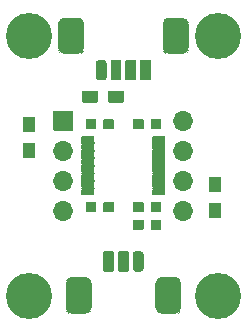
<source format=gbr>
G04 #@! TF.GenerationSoftware,KiCad,Pcbnew,(5.1.9)-1*
G04 #@! TF.CreationDate,2021-05-12T21:32:52+02:00*
G04 #@! TF.ProjectId,GPSMux,4750534d-7578-42e6-9b69-6361645f7063,01*
G04 #@! TF.SameCoordinates,Original*
G04 #@! TF.FileFunction,Soldermask,Bot*
G04 #@! TF.FilePolarity,Negative*
%FSLAX46Y46*%
G04 Gerber Fmt 4.6, Leading zero omitted, Abs format (unit mm)*
G04 Created by KiCad (PCBNEW (5.1.9)-1) date 2021-05-12 21:32:52*
%MOMM*%
%LPD*%
G01*
G04 APERTURE LIST*
%ADD10C,3.902000*%
%ADD11O,1.702000X1.702000*%
%ADD12C,0.100000*%
G04 APERTURE END LIST*
G36*
G01*
X133026000Y-46700000D02*
X133026000Y-47600000D01*
G75*
G02*
X132975000Y-47651000I-51000J0D01*
G01*
X131775000Y-47651000D01*
G75*
G02*
X131724000Y-47600000I0J51000D01*
G01*
X131724000Y-46700000D01*
G75*
G02*
X131775000Y-46649000I51000J0D01*
G01*
X132975000Y-46649000D01*
G75*
G02*
X133026000Y-46700000I0J-51000D01*
G01*
G37*
G36*
G01*
X130826000Y-46700000D02*
X130826000Y-47600000D01*
G75*
G02*
X130775000Y-47651000I-51000J0D01*
G01*
X129575000Y-47651000D01*
G75*
G02*
X129524000Y-47600000I0J51000D01*
G01*
X129524000Y-46700000D01*
G75*
G02*
X129575000Y-46649000I51000J0D01*
G01*
X130775000Y-46649000D01*
G75*
G02*
X130826000Y-46700000I0J-51000D01*
G01*
G37*
G36*
G01*
X129500000Y-50509000D02*
X130500000Y-50509000D01*
G75*
G02*
X130551000Y-50560000I0J-51000D01*
G01*
X130551000Y-50960000D01*
G75*
G02*
X130500000Y-51011000I-51000J0D01*
G01*
X129500000Y-51011000D01*
G75*
G02*
X129449000Y-50960000I0J51000D01*
G01*
X129449000Y-50560000D01*
G75*
G02*
X129500000Y-50509000I51000J0D01*
G01*
G37*
G36*
G01*
X135500000Y-50509000D02*
X136500000Y-50509000D01*
G75*
G02*
X136551000Y-50560000I0J-51000D01*
G01*
X136551000Y-50960000D01*
G75*
G02*
X136500000Y-51011000I-51000J0D01*
G01*
X135500000Y-51011000D01*
G75*
G02*
X135449000Y-50960000I0J51000D01*
G01*
X135449000Y-50560000D01*
G75*
G02*
X135500000Y-50509000I51000J0D01*
G01*
G37*
G36*
G01*
X129500000Y-51149000D02*
X130500000Y-51149000D01*
G75*
G02*
X130551000Y-51200000I0J-51000D01*
G01*
X130551000Y-51600000D01*
G75*
G02*
X130500000Y-51651000I-51000J0D01*
G01*
X129500000Y-51651000D01*
G75*
G02*
X129449000Y-51600000I0J51000D01*
G01*
X129449000Y-51200000D01*
G75*
G02*
X129500000Y-51149000I51000J0D01*
G01*
G37*
G36*
G01*
X135500000Y-51149000D02*
X136500000Y-51149000D01*
G75*
G02*
X136551000Y-51200000I0J-51000D01*
G01*
X136551000Y-51600000D01*
G75*
G02*
X136500000Y-51651000I-51000J0D01*
G01*
X135500000Y-51651000D01*
G75*
G02*
X135449000Y-51600000I0J51000D01*
G01*
X135449000Y-51200000D01*
G75*
G02*
X135500000Y-51149000I51000J0D01*
G01*
G37*
G36*
G01*
X129500000Y-51789000D02*
X130500000Y-51789000D01*
G75*
G02*
X130551000Y-51840000I0J-51000D01*
G01*
X130551000Y-52240000D01*
G75*
G02*
X130500000Y-52291000I-51000J0D01*
G01*
X129500000Y-52291000D01*
G75*
G02*
X129449000Y-52240000I0J51000D01*
G01*
X129449000Y-51840000D01*
G75*
G02*
X129500000Y-51789000I51000J0D01*
G01*
G37*
G36*
G01*
X135500000Y-51789000D02*
X136500000Y-51789000D01*
G75*
G02*
X136551000Y-51840000I0J-51000D01*
G01*
X136551000Y-52240000D01*
G75*
G02*
X136500000Y-52291000I-51000J0D01*
G01*
X135500000Y-52291000D01*
G75*
G02*
X135449000Y-52240000I0J51000D01*
G01*
X135449000Y-51840000D01*
G75*
G02*
X135500000Y-51789000I51000J0D01*
G01*
G37*
G36*
G01*
X129500000Y-52429000D02*
X130500000Y-52429000D01*
G75*
G02*
X130551000Y-52480000I0J-51000D01*
G01*
X130551000Y-52880000D01*
G75*
G02*
X130500000Y-52931000I-51000J0D01*
G01*
X129500000Y-52931000D01*
G75*
G02*
X129449000Y-52880000I0J51000D01*
G01*
X129449000Y-52480000D01*
G75*
G02*
X129500000Y-52429000I51000J0D01*
G01*
G37*
G36*
G01*
X135500000Y-52429000D02*
X136500000Y-52429000D01*
G75*
G02*
X136551000Y-52480000I0J-51000D01*
G01*
X136551000Y-52880000D01*
G75*
G02*
X136500000Y-52931000I-51000J0D01*
G01*
X135500000Y-52931000D01*
G75*
G02*
X135449000Y-52880000I0J51000D01*
G01*
X135449000Y-52480000D01*
G75*
G02*
X135500000Y-52429000I51000J0D01*
G01*
G37*
G36*
G01*
X129500000Y-53069000D02*
X130500000Y-53069000D01*
G75*
G02*
X130551000Y-53120000I0J-51000D01*
G01*
X130551000Y-53520000D01*
G75*
G02*
X130500000Y-53571000I-51000J0D01*
G01*
X129500000Y-53571000D01*
G75*
G02*
X129449000Y-53520000I0J51000D01*
G01*
X129449000Y-53120000D01*
G75*
G02*
X129500000Y-53069000I51000J0D01*
G01*
G37*
G36*
G01*
X135500000Y-53069000D02*
X136500000Y-53069000D01*
G75*
G02*
X136551000Y-53120000I0J-51000D01*
G01*
X136551000Y-53520000D01*
G75*
G02*
X136500000Y-53571000I-51000J0D01*
G01*
X135500000Y-53571000D01*
G75*
G02*
X135449000Y-53520000I0J51000D01*
G01*
X135449000Y-53120000D01*
G75*
G02*
X135500000Y-53069000I51000J0D01*
G01*
G37*
G36*
G01*
X129500000Y-53709000D02*
X130500000Y-53709000D01*
G75*
G02*
X130551000Y-53760000I0J-51000D01*
G01*
X130551000Y-54160000D01*
G75*
G02*
X130500000Y-54211000I-51000J0D01*
G01*
X129500000Y-54211000D01*
G75*
G02*
X129449000Y-54160000I0J51000D01*
G01*
X129449000Y-53760000D01*
G75*
G02*
X129500000Y-53709000I51000J0D01*
G01*
G37*
G36*
G01*
X135500000Y-53709000D02*
X136500000Y-53709000D01*
G75*
G02*
X136551000Y-53760000I0J-51000D01*
G01*
X136551000Y-54160000D01*
G75*
G02*
X136500000Y-54211000I-51000J0D01*
G01*
X135500000Y-54211000D01*
G75*
G02*
X135449000Y-54160000I0J51000D01*
G01*
X135449000Y-53760000D01*
G75*
G02*
X135500000Y-53709000I51000J0D01*
G01*
G37*
G36*
G01*
X129500000Y-54349000D02*
X130500000Y-54349000D01*
G75*
G02*
X130551000Y-54400000I0J-51000D01*
G01*
X130551000Y-54800000D01*
G75*
G02*
X130500000Y-54851000I-51000J0D01*
G01*
X129500000Y-54851000D01*
G75*
G02*
X129449000Y-54800000I0J51000D01*
G01*
X129449000Y-54400000D01*
G75*
G02*
X129500000Y-54349000I51000J0D01*
G01*
G37*
G36*
G01*
X135500000Y-54349000D02*
X136500000Y-54349000D01*
G75*
G02*
X136551000Y-54400000I0J-51000D01*
G01*
X136551000Y-54800000D01*
G75*
G02*
X136500000Y-54851000I-51000J0D01*
G01*
X135500000Y-54851000D01*
G75*
G02*
X135449000Y-54800000I0J51000D01*
G01*
X135449000Y-54400000D01*
G75*
G02*
X135500000Y-54349000I51000J0D01*
G01*
G37*
G36*
G01*
X129500000Y-54989000D02*
X130500000Y-54989000D01*
G75*
G02*
X130551000Y-55040000I0J-51000D01*
G01*
X130551000Y-55440000D01*
G75*
G02*
X130500000Y-55491000I-51000J0D01*
G01*
X129500000Y-55491000D01*
G75*
G02*
X129449000Y-55440000I0J51000D01*
G01*
X129449000Y-55040000D01*
G75*
G02*
X129500000Y-54989000I51000J0D01*
G01*
G37*
G36*
G01*
X135500000Y-54989000D02*
X136500000Y-54989000D01*
G75*
G02*
X136551000Y-55040000I0J-51000D01*
G01*
X136551000Y-55440000D01*
G75*
G02*
X136500000Y-55491000I-51000J0D01*
G01*
X135500000Y-55491000D01*
G75*
G02*
X135449000Y-55440000I0J51000D01*
G01*
X135449000Y-55040000D01*
G75*
G02*
X135500000Y-54989000I51000J0D01*
G01*
G37*
D10*
X125000000Y-42000000D03*
X141000000Y-42000000D03*
X141000000Y-64000000D03*
X125000000Y-64000000D03*
G36*
G01*
X134701000Y-49125000D02*
X134701000Y-49875000D01*
G75*
G02*
X134650000Y-49926000I-51000J0D01*
G01*
X133850000Y-49926000D01*
G75*
G02*
X133799000Y-49875000I0J51000D01*
G01*
X133799000Y-49125000D01*
G75*
G02*
X133850000Y-49074000I51000J0D01*
G01*
X134650000Y-49074000D01*
G75*
G02*
X134701000Y-49125000I0J-51000D01*
G01*
G37*
G36*
G01*
X136201000Y-49125000D02*
X136201000Y-49875000D01*
G75*
G02*
X136150000Y-49926000I-51000J0D01*
G01*
X135350000Y-49926000D01*
G75*
G02*
X135299000Y-49875000I0J51000D01*
G01*
X135299000Y-49125000D01*
G75*
G02*
X135350000Y-49074000I51000J0D01*
G01*
X136150000Y-49074000D01*
G75*
G02*
X136201000Y-49125000I0J-51000D01*
G01*
G37*
G36*
G01*
X135299000Y-56875000D02*
X135299000Y-56125000D01*
G75*
G02*
X135350000Y-56074000I51000J0D01*
G01*
X136150000Y-56074000D01*
G75*
G02*
X136201000Y-56125000I0J-51000D01*
G01*
X136201000Y-56875000D01*
G75*
G02*
X136150000Y-56926000I-51000J0D01*
G01*
X135350000Y-56926000D01*
G75*
G02*
X135299000Y-56875000I0J51000D01*
G01*
G37*
G36*
G01*
X133799000Y-56875000D02*
X133799000Y-56125000D01*
G75*
G02*
X133850000Y-56074000I51000J0D01*
G01*
X134650000Y-56074000D01*
G75*
G02*
X134701000Y-56125000I0J-51000D01*
G01*
X134701000Y-56875000D01*
G75*
G02*
X134650000Y-56926000I-51000J0D01*
G01*
X133850000Y-56926000D01*
G75*
G02*
X133799000Y-56875000I0J51000D01*
G01*
G37*
G36*
G01*
X134701000Y-57625000D02*
X134701000Y-58375000D01*
G75*
G02*
X134650000Y-58426000I-51000J0D01*
G01*
X133850000Y-58426000D01*
G75*
G02*
X133799000Y-58375000I0J51000D01*
G01*
X133799000Y-57625000D01*
G75*
G02*
X133850000Y-57574000I51000J0D01*
G01*
X134650000Y-57574000D01*
G75*
G02*
X134701000Y-57625000I0J-51000D01*
G01*
G37*
G36*
G01*
X136201000Y-57625000D02*
X136201000Y-58375000D01*
G75*
G02*
X136150000Y-58426000I-51000J0D01*
G01*
X135350000Y-58426000D01*
G75*
G02*
X135299000Y-58375000I0J51000D01*
G01*
X135299000Y-57625000D01*
G75*
G02*
X135350000Y-57574000I51000J0D01*
G01*
X136150000Y-57574000D01*
G75*
G02*
X136201000Y-57625000I0J-51000D01*
G01*
G37*
G36*
G01*
X131299000Y-49875000D02*
X131299000Y-49125000D01*
G75*
G02*
X131350000Y-49074000I51000J0D01*
G01*
X132150000Y-49074000D01*
G75*
G02*
X132201000Y-49125000I0J-51000D01*
G01*
X132201000Y-49875000D01*
G75*
G02*
X132150000Y-49926000I-51000J0D01*
G01*
X131350000Y-49926000D01*
G75*
G02*
X131299000Y-49875000I0J51000D01*
G01*
G37*
G36*
G01*
X129799000Y-49875000D02*
X129799000Y-49125000D01*
G75*
G02*
X129850000Y-49074000I51000J0D01*
G01*
X130650000Y-49074000D01*
G75*
G02*
X130701000Y-49125000I0J-51000D01*
G01*
X130701000Y-49875000D01*
G75*
G02*
X130650000Y-49926000I-51000J0D01*
G01*
X129850000Y-49926000D01*
G75*
G02*
X129799000Y-49875000I0J51000D01*
G01*
G37*
G36*
G01*
X131299000Y-56875000D02*
X131299000Y-56125000D01*
G75*
G02*
X131350000Y-56074000I51000J0D01*
G01*
X132150000Y-56074000D01*
G75*
G02*
X132201000Y-56125000I0J-51000D01*
G01*
X132201000Y-56875000D01*
G75*
G02*
X132150000Y-56926000I-51000J0D01*
G01*
X131350000Y-56926000D01*
G75*
G02*
X131299000Y-56875000I0J51000D01*
G01*
G37*
G36*
G01*
X129799000Y-56875000D02*
X129799000Y-56125000D01*
G75*
G02*
X129850000Y-56074000I51000J0D01*
G01*
X130650000Y-56074000D01*
G75*
G02*
X130701000Y-56125000I0J-51000D01*
G01*
X130701000Y-56875000D01*
G75*
G02*
X130650000Y-56926000I-51000J0D01*
G01*
X129850000Y-56926000D01*
G75*
G02*
X129799000Y-56875000I0J51000D01*
G01*
G37*
D11*
X138080000Y-49190000D03*
X127920000Y-56810000D03*
X138080000Y-51730000D03*
X127920000Y-54270000D03*
X138080000Y-54270000D03*
X127920000Y-51730000D03*
X138080000Y-56810000D03*
G36*
G01*
X127069000Y-49990000D02*
X127069000Y-48390000D01*
G75*
G02*
X127120000Y-48339000I51000J0D01*
G01*
X128720000Y-48339000D01*
G75*
G02*
X128771000Y-48390000I0J-51000D01*
G01*
X128771000Y-49990000D01*
G75*
G02*
X128720000Y-50041000I-51000J0D01*
G01*
X127120000Y-50041000D01*
G75*
G02*
X127069000Y-49990000I0J51000D01*
G01*
G37*
G36*
G01*
X124550000Y-51079000D02*
X125450000Y-51079000D01*
G75*
G02*
X125501000Y-51130000I0J-51000D01*
G01*
X125501000Y-52330000D01*
G75*
G02*
X125450000Y-52381000I-51000J0D01*
G01*
X124550000Y-52381000D01*
G75*
G02*
X124499000Y-52330000I0J51000D01*
G01*
X124499000Y-51130000D01*
G75*
G02*
X124550000Y-51079000I51000J0D01*
G01*
G37*
G36*
G01*
X124550000Y-48879000D02*
X125450000Y-48879000D01*
G75*
G02*
X125501000Y-48930000I0J-51000D01*
G01*
X125501000Y-50130000D01*
G75*
G02*
X125450000Y-50181000I-51000J0D01*
G01*
X124550000Y-50181000D01*
G75*
G02*
X124499000Y-50130000I0J51000D01*
G01*
X124499000Y-48930000D01*
G75*
G02*
X124550000Y-48879000I51000J0D01*
G01*
G37*
G36*
G01*
X128099000Y-65000500D02*
X128099000Y-62999500D01*
G75*
G02*
X128649500Y-62449000I550500J0D01*
G01*
X129750500Y-62449000D01*
G75*
G02*
X130301000Y-62999500I0J-550500D01*
G01*
X130301000Y-65000500D01*
G75*
G02*
X129750500Y-65551000I-550500J0D01*
G01*
X128649500Y-65551000D01*
G75*
G02*
X128099000Y-65000500I0J550500D01*
G01*
G37*
G36*
G01*
X135699000Y-65000500D02*
X135699000Y-62999500D01*
G75*
G02*
X136249500Y-62449000I550500J0D01*
G01*
X137350500Y-62449000D01*
G75*
G02*
X137901000Y-62999500I0J-550500D01*
G01*
X137901000Y-65000500D01*
G75*
G02*
X137350500Y-65551000I-550500J0D01*
G01*
X136249500Y-65551000D01*
G75*
G02*
X135699000Y-65000500I0J550500D01*
G01*
G37*
G36*
G01*
X131299000Y-61900000D02*
X131299000Y-60300000D01*
G75*
G02*
X131350000Y-60249000I51000J0D01*
G01*
X132150000Y-60249000D01*
G75*
G02*
X132201000Y-60300000I0J-51000D01*
G01*
X132201000Y-61900000D01*
G75*
G02*
X132150000Y-61951000I-51000J0D01*
G01*
X131350000Y-61951000D01*
G75*
G02*
X131299000Y-61900000I0J51000D01*
G01*
G37*
G36*
G01*
X132549000Y-61900000D02*
X132549000Y-60300000D01*
G75*
G02*
X132600000Y-60249000I51000J0D01*
G01*
X133400000Y-60249000D01*
G75*
G02*
X133451000Y-60300000I0J-51000D01*
G01*
X133451000Y-61900000D01*
G75*
G02*
X133400000Y-61951000I-51000J0D01*
G01*
X132600000Y-61951000D01*
G75*
G02*
X132549000Y-61900000I0J51000D01*
G01*
G37*
G36*
G01*
X133799000Y-61725500D02*
X133799000Y-60474500D01*
G75*
G02*
X134024500Y-60249000I225500J0D01*
G01*
X134475500Y-60249000D01*
G75*
G02*
X134701000Y-60474500I0J-225500D01*
G01*
X134701000Y-61725500D01*
G75*
G02*
X134475500Y-61951000I-225500J0D01*
G01*
X134024500Y-61951000D01*
G75*
G02*
X133799000Y-61725500I0J225500D01*
G01*
G37*
G36*
G01*
X141200000Y-55261000D02*
X140300000Y-55261000D01*
G75*
G02*
X140249000Y-55210000I0J51000D01*
G01*
X140249000Y-54010000D01*
G75*
G02*
X140300000Y-53959000I51000J0D01*
G01*
X141200000Y-53959000D01*
G75*
G02*
X141251000Y-54010000I0J-51000D01*
G01*
X141251000Y-55210000D01*
G75*
G02*
X141200000Y-55261000I-51000J0D01*
G01*
G37*
G36*
G01*
X141200000Y-57461000D02*
X140300000Y-57461000D01*
G75*
G02*
X140249000Y-57410000I0J51000D01*
G01*
X140249000Y-56210000D01*
G75*
G02*
X140300000Y-56159000I51000J0D01*
G01*
X141200000Y-56159000D01*
G75*
G02*
X141251000Y-56210000I0J-51000D01*
G01*
X141251000Y-57410000D01*
G75*
G02*
X141200000Y-57461000I-51000J0D01*
G01*
G37*
G36*
G01*
X138526000Y-40999500D02*
X138526000Y-43000500D01*
G75*
G02*
X137975500Y-43551000I-550500J0D01*
G01*
X136874500Y-43551000D01*
G75*
G02*
X136324000Y-43000500I0J550500D01*
G01*
X136324000Y-40999500D01*
G75*
G02*
X136874500Y-40449000I550500J0D01*
G01*
X137975500Y-40449000D01*
G75*
G02*
X138526000Y-40999500I0J-550500D01*
G01*
G37*
G36*
G01*
X129676000Y-40999500D02*
X129676000Y-43000500D01*
G75*
G02*
X129125500Y-43551000I-550500J0D01*
G01*
X128024500Y-43551000D01*
G75*
G02*
X127474000Y-43000500I0J550500D01*
G01*
X127474000Y-40999500D01*
G75*
G02*
X128024500Y-40449000I550500J0D01*
G01*
X129125500Y-40449000D01*
G75*
G02*
X129676000Y-40999500I0J-550500D01*
G01*
G37*
G36*
G01*
X134076000Y-44100000D02*
X134076000Y-45700000D01*
G75*
G02*
X134025000Y-45751000I-51000J0D01*
G01*
X133225000Y-45751000D01*
G75*
G02*
X133174000Y-45700000I0J51000D01*
G01*
X133174000Y-44100000D01*
G75*
G02*
X133225000Y-44049000I51000J0D01*
G01*
X134025000Y-44049000D01*
G75*
G02*
X134076000Y-44100000I0J-51000D01*
G01*
G37*
G36*
G01*
X135326000Y-44100000D02*
X135326000Y-45700000D01*
G75*
G02*
X135275000Y-45751000I-51000J0D01*
G01*
X134475000Y-45751000D01*
G75*
G02*
X134424000Y-45700000I0J51000D01*
G01*
X134424000Y-44100000D01*
G75*
G02*
X134475000Y-44049000I51000J0D01*
G01*
X135275000Y-44049000D01*
G75*
G02*
X135326000Y-44100000I0J-51000D01*
G01*
G37*
G36*
G01*
X132826000Y-44100000D02*
X132826000Y-45700000D01*
G75*
G02*
X132775000Y-45751000I-51000J0D01*
G01*
X131975000Y-45751000D01*
G75*
G02*
X131924000Y-45700000I0J51000D01*
G01*
X131924000Y-44100000D01*
G75*
G02*
X131975000Y-44049000I51000J0D01*
G01*
X132775000Y-44049000D01*
G75*
G02*
X132826000Y-44100000I0J-51000D01*
G01*
G37*
G36*
G01*
X131576000Y-44274500D02*
X131576000Y-45525500D01*
G75*
G02*
X131350500Y-45751000I-225500J0D01*
G01*
X130899500Y-45751000D01*
G75*
G02*
X130674000Y-45525500I0J225500D01*
G01*
X130674000Y-44274500D01*
G75*
G02*
X130899500Y-44049000I225500J0D01*
G01*
X131350500Y-44049000D01*
G75*
G02*
X131576000Y-44274500I0J-225500D01*
G01*
G37*
D12*
G36*
X135700990Y-65000304D02*
G01*
X135711548Y-65107502D01*
X135742761Y-65210398D01*
X135793447Y-65305225D01*
X135861659Y-65388341D01*
X135944775Y-65456553D01*
X136039602Y-65507239D01*
X136142498Y-65538452D01*
X136249696Y-65549010D01*
X136251322Y-65550175D01*
X136251126Y-65552165D01*
X136249500Y-65553000D01*
X136193140Y-65553000D01*
X136192944Y-65552990D01*
X136091720Y-65543020D01*
X136091335Y-65542944D01*
X135999897Y-65515207D01*
X135999535Y-65515057D01*
X135915276Y-65470019D01*
X135914950Y-65469801D01*
X135841090Y-65409187D01*
X135840813Y-65408910D01*
X135780199Y-65335050D01*
X135779981Y-65334724D01*
X135734943Y-65250465D01*
X135734793Y-65250103D01*
X135707056Y-65158665D01*
X135706980Y-65158280D01*
X135697010Y-65057056D01*
X135697000Y-65056860D01*
X135697000Y-65000500D01*
X135698000Y-64998768D01*
X135700000Y-64998768D01*
X135700990Y-65000304D01*
G37*
G36*
X130302165Y-64998874D02*
G01*
X130303000Y-65000500D01*
X130303000Y-65056860D01*
X130302990Y-65057056D01*
X130293020Y-65158280D01*
X130292944Y-65158665D01*
X130265207Y-65250103D01*
X130265057Y-65250465D01*
X130220019Y-65334724D01*
X130219801Y-65335050D01*
X130159187Y-65408910D01*
X130158910Y-65409187D01*
X130085050Y-65469801D01*
X130084724Y-65470019D01*
X130000465Y-65515057D01*
X130000103Y-65515207D01*
X129908665Y-65542944D01*
X129908280Y-65543020D01*
X129807056Y-65552990D01*
X129806860Y-65553000D01*
X129750500Y-65553000D01*
X129748768Y-65552000D01*
X129748768Y-65550000D01*
X129750304Y-65549010D01*
X129857502Y-65538452D01*
X129960398Y-65507239D01*
X130055225Y-65456553D01*
X130138341Y-65388341D01*
X130206553Y-65305225D01*
X130257239Y-65210398D01*
X130288452Y-65107502D01*
X130299010Y-65000304D01*
X130300175Y-64998678D01*
X130302165Y-64998874D01*
G37*
G36*
X128100990Y-65000304D02*
G01*
X128111548Y-65107502D01*
X128142761Y-65210398D01*
X128193447Y-65305225D01*
X128261659Y-65388341D01*
X128344775Y-65456553D01*
X128439602Y-65507239D01*
X128542498Y-65538452D01*
X128649696Y-65549010D01*
X128651322Y-65550175D01*
X128651126Y-65552165D01*
X128649500Y-65553000D01*
X128593140Y-65553000D01*
X128592944Y-65552990D01*
X128491720Y-65543020D01*
X128491335Y-65542944D01*
X128399897Y-65515207D01*
X128399535Y-65515057D01*
X128315276Y-65470019D01*
X128314950Y-65469801D01*
X128241090Y-65409187D01*
X128240813Y-65408910D01*
X128180199Y-65335050D01*
X128179981Y-65334724D01*
X128134943Y-65250465D01*
X128134793Y-65250103D01*
X128107056Y-65158665D01*
X128106980Y-65158280D01*
X128097010Y-65057056D01*
X128097000Y-65056860D01*
X128097000Y-65000500D01*
X128098000Y-64998768D01*
X128100000Y-64998768D01*
X128100990Y-65000304D01*
G37*
G36*
X137902165Y-64998874D02*
G01*
X137903000Y-65000500D01*
X137903000Y-65056860D01*
X137902990Y-65057056D01*
X137893020Y-65158280D01*
X137892944Y-65158665D01*
X137865207Y-65250103D01*
X137865057Y-65250465D01*
X137820019Y-65334724D01*
X137819801Y-65335050D01*
X137759187Y-65408910D01*
X137758910Y-65409187D01*
X137685050Y-65469801D01*
X137684724Y-65470019D01*
X137600465Y-65515057D01*
X137600103Y-65515207D01*
X137508665Y-65542944D01*
X137508280Y-65543020D01*
X137407056Y-65552990D01*
X137406860Y-65553000D01*
X137350500Y-65553000D01*
X137348768Y-65552000D01*
X137348768Y-65550000D01*
X137350304Y-65549010D01*
X137457502Y-65538452D01*
X137560398Y-65507239D01*
X137655225Y-65456553D01*
X137738341Y-65388341D01*
X137806553Y-65305225D01*
X137857239Y-65210398D01*
X137888452Y-65107502D01*
X137899010Y-65000304D01*
X137900175Y-64998678D01*
X137902165Y-64998874D01*
G37*
G36*
X136251232Y-62448000D02*
G01*
X136251232Y-62450000D01*
X136249696Y-62450990D01*
X136142498Y-62461548D01*
X136039602Y-62492761D01*
X135944775Y-62543447D01*
X135861659Y-62611659D01*
X135793447Y-62694775D01*
X135742761Y-62789602D01*
X135711548Y-62892498D01*
X135700990Y-62999696D01*
X135699825Y-63001322D01*
X135697835Y-63001126D01*
X135697000Y-62999500D01*
X135697000Y-62943140D01*
X135697010Y-62942944D01*
X135706980Y-62841720D01*
X135707056Y-62841335D01*
X135734793Y-62749897D01*
X135734943Y-62749535D01*
X135779981Y-62665276D01*
X135780199Y-62664950D01*
X135840813Y-62591090D01*
X135841090Y-62590813D01*
X135914950Y-62530199D01*
X135915276Y-62529981D01*
X135999535Y-62484943D01*
X135999897Y-62484793D01*
X136091335Y-62457056D01*
X136091720Y-62456980D01*
X136192944Y-62447010D01*
X136193140Y-62447000D01*
X136249500Y-62447000D01*
X136251232Y-62448000D01*
G37*
G36*
X128651232Y-62448000D02*
G01*
X128651232Y-62450000D01*
X128649696Y-62450990D01*
X128542498Y-62461548D01*
X128439602Y-62492761D01*
X128344775Y-62543447D01*
X128261659Y-62611659D01*
X128193447Y-62694775D01*
X128142761Y-62789602D01*
X128111548Y-62892498D01*
X128100990Y-62999696D01*
X128099825Y-63001322D01*
X128097835Y-63001126D01*
X128097000Y-62999500D01*
X128097000Y-62943140D01*
X128097010Y-62942944D01*
X128106980Y-62841720D01*
X128107056Y-62841335D01*
X128134793Y-62749897D01*
X128134943Y-62749535D01*
X128179981Y-62665276D01*
X128180199Y-62664950D01*
X128240813Y-62591090D01*
X128241090Y-62590813D01*
X128314950Y-62530199D01*
X128315276Y-62529981D01*
X128399535Y-62484943D01*
X128399897Y-62484793D01*
X128491335Y-62457056D01*
X128491720Y-62456980D01*
X128592944Y-62447010D01*
X128593140Y-62447000D01*
X128649500Y-62447000D01*
X128651232Y-62448000D01*
G37*
G36*
X129807056Y-62447010D02*
G01*
X129908280Y-62456980D01*
X129908665Y-62457056D01*
X130000103Y-62484793D01*
X130000465Y-62484943D01*
X130084724Y-62529981D01*
X130085050Y-62530199D01*
X130158910Y-62590813D01*
X130159187Y-62591090D01*
X130219801Y-62664950D01*
X130220019Y-62665276D01*
X130265057Y-62749535D01*
X130265207Y-62749897D01*
X130292944Y-62841335D01*
X130293020Y-62841720D01*
X130302990Y-62942944D01*
X130303000Y-62943140D01*
X130303000Y-62999500D01*
X130302000Y-63001232D01*
X130300000Y-63001232D01*
X130299010Y-62999696D01*
X130288452Y-62892498D01*
X130257239Y-62789602D01*
X130206553Y-62694775D01*
X130138341Y-62611659D01*
X130055225Y-62543447D01*
X129960398Y-62492761D01*
X129857502Y-62461548D01*
X129750304Y-62450990D01*
X129748678Y-62449825D01*
X129748874Y-62447835D01*
X129750500Y-62447000D01*
X129806860Y-62447000D01*
X129807056Y-62447010D01*
G37*
G36*
X137407056Y-62447010D02*
G01*
X137508280Y-62456980D01*
X137508665Y-62457056D01*
X137600103Y-62484793D01*
X137600465Y-62484943D01*
X137684724Y-62529981D01*
X137685050Y-62530199D01*
X137758910Y-62590813D01*
X137759187Y-62591090D01*
X137819801Y-62664950D01*
X137820019Y-62665276D01*
X137865057Y-62749535D01*
X137865207Y-62749897D01*
X137892944Y-62841335D01*
X137893020Y-62841720D01*
X137902990Y-62942944D01*
X137903000Y-62943140D01*
X137903000Y-62999500D01*
X137902000Y-63001232D01*
X137900000Y-63001232D01*
X137899010Y-62999696D01*
X137888452Y-62892498D01*
X137857239Y-62789602D01*
X137806553Y-62694775D01*
X137738341Y-62611659D01*
X137655225Y-62543447D01*
X137560398Y-62492761D01*
X137457502Y-62461548D01*
X137350304Y-62450990D01*
X137348678Y-62449825D01*
X137348874Y-62447835D01*
X137350500Y-62447000D01*
X137406860Y-62447000D01*
X137407056Y-62447010D01*
G37*
G36*
X130552732Y-54850000D02*
G01*
X130553000Y-54851000D01*
X130553000Y-54989000D01*
X130552000Y-54990732D01*
X130551000Y-54991000D01*
X129449000Y-54991000D01*
X129447268Y-54990000D01*
X129447000Y-54989000D01*
X129447000Y-54851000D01*
X129448000Y-54849268D01*
X129449000Y-54849000D01*
X130551000Y-54849000D01*
X130552732Y-54850000D01*
G37*
G36*
X136552732Y-54850000D02*
G01*
X136553000Y-54851000D01*
X136553000Y-54989000D01*
X136552000Y-54990732D01*
X136551000Y-54991000D01*
X135449000Y-54991000D01*
X135447268Y-54990000D01*
X135447000Y-54989000D01*
X135447000Y-54851000D01*
X135448000Y-54849268D01*
X135449000Y-54849000D01*
X136551000Y-54849000D01*
X136552732Y-54850000D01*
G37*
G36*
X136552732Y-54210000D02*
G01*
X136553000Y-54211000D01*
X136553000Y-54349000D01*
X136552000Y-54350732D01*
X136551000Y-54351000D01*
X135449000Y-54351000D01*
X135447268Y-54350000D01*
X135447000Y-54349000D01*
X135447000Y-54211000D01*
X135448000Y-54209268D01*
X135449000Y-54209000D01*
X136551000Y-54209000D01*
X136552732Y-54210000D01*
G37*
G36*
X130552732Y-54210000D02*
G01*
X130553000Y-54211000D01*
X130553000Y-54349000D01*
X130552000Y-54350732D01*
X130551000Y-54351000D01*
X129449000Y-54351000D01*
X129447268Y-54350000D01*
X129447000Y-54349000D01*
X129447000Y-54211000D01*
X129448000Y-54209268D01*
X129449000Y-54209000D01*
X130551000Y-54209000D01*
X130552732Y-54210000D01*
G37*
G36*
X130552732Y-53570000D02*
G01*
X130553000Y-53571000D01*
X130553000Y-53709000D01*
X130552000Y-53710732D01*
X130551000Y-53711000D01*
X129449000Y-53711000D01*
X129447268Y-53710000D01*
X129447000Y-53709000D01*
X129447000Y-53571000D01*
X129448000Y-53569268D01*
X129449000Y-53569000D01*
X130551000Y-53569000D01*
X130552732Y-53570000D01*
G37*
G36*
X136552732Y-53570000D02*
G01*
X136553000Y-53571000D01*
X136553000Y-53709000D01*
X136552000Y-53710732D01*
X136551000Y-53711000D01*
X135449000Y-53711000D01*
X135447268Y-53710000D01*
X135447000Y-53709000D01*
X135447000Y-53571000D01*
X135448000Y-53569268D01*
X135449000Y-53569000D01*
X136551000Y-53569000D01*
X136552732Y-53570000D01*
G37*
G36*
X130552732Y-52930000D02*
G01*
X130553000Y-52931000D01*
X130553000Y-53069000D01*
X130552000Y-53070732D01*
X130551000Y-53071000D01*
X129449000Y-53071000D01*
X129447268Y-53070000D01*
X129447000Y-53069000D01*
X129447000Y-52931000D01*
X129448000Y-52929268D01*
X129449000Y-52929000D01*
X130551000Y-52929000D01*
X130552732Y-52930000D01*
G37*
G36*
X136552732Y-52930000D02*
G01*
X136553000Y-52931000D01*
X136553000Y-53069000D01*
X136552000Y-53070732D01*
X136551000Y-53071000D01*
X135449000Y-53071000D01*
X135447268Y-53070000D01*
X135447000Y-53069000D01*
X135447000Y-52931000D01*
X135448000Y-52929268D01*
X135449000Y-52929000D01*
X136551000Y-52929000D01*
X136552732Y-52930000D01*
G37*
G36*
X130552732Y-52290000D02*
G01*
X130553000Y-52291000D01*
X130553000Y-52429000D01*
X130552000Y-52430732D01*
X130551000Y-52431000D01*
X129449000Y-52431000D01*
X129447268Y-52430000D01*
X129447000Y-52429000D01*
X129447000Y-52291000D01*
X129448000Y-52289268D01*
X129449000Y-52289000D01*
X130551000Y-52289000D01*
X130552732Y-52290000D01*
G37*
G36*
X136552732Y-52290000D02*
G01*
X136553000Y-52291000D01*
X136553000Y-52429000D01*
X136552000Y-52430732D01*
X136551000Y-52431000D01*
X135449000Y-52431000D01*
X135447268Y-52430000D01*
X135447000Y-52429000D01*
X135447000Y-52291000D01*
X135448000Y-52289268D01*
X135449000Y-52289000D01*
X136551000Y-52289000D01*
X136552732Y-52290000D01*
G37*
G36*
X136552732Y-51650000D02*
G01*
X136553000Y-51651000D01*
X136553000Y-51789000D01*
X136552000Y-51790732D01*
X136551000Y-51791000D01*
X135449000Y-51791000D01*
X135447268Y-51790000D01*
X135447000Y-51789000D01*
X135447000Y-51651000D01*
X135448000Y-51649268D01*
X135449000Y-51649000D01*
X136551000Y-51649000D01*
X136552732Y-51650000D01*
G37*
G36*
X130552732Y-51650000D02*
G01*
X130553000Y-51651000D01*
X130553000Y-51789000D01*
X130552000Y-51790732D01*
X130551000Y-51791000D01*
X129449000Y-51791000D01*
X129447268Y-51790000D01*
X129447000Y-51789000D01*
X129447000Y-51651000D01*
X129448000Y-51649268D01*
X129449000Y-51649000D01*
X130551000Y-51649000D01*
X130552732Y-51650000D01*
G37*
G36*
X136552732Y-51010000D02*
G01*
X136553000Y-51011000D01*
X136553000Y-51149000D01*
X136552000Y-51150732D01*
X136551000Y-51151000D01*
X135449000Y-51151000D01*
X135447268Y-51150000D01*
X135447000Y-51149000D01*
X135447000Y-51011000D01*
X135448000Y-51009268D01*
X135449000Y-51009000D01*
X136551000Y-51009000D01*
X136552732Y-51010000D01*
G37*
G36*
X130552732Y-51010000D02*
G01*
X130553000Y-51011000D01*
X130553000Y-51149000D01*
X130552000Y-51150732D01*
X130551000Y-51151000D01*
X129449000Y-51151000D01*
X129447268Y-51150000D01*
X129447000Y-51149000D01*
X129447000Y-51011000D01*
X129448000Y-51009268D01*
X129449000Y-51009000D01*
X130551000Y-51009000D01*
X130552732Y-51010000D01*
G37*
G36*
X138527165Y-42998874D02*
G01*
X138528000Y-43000500D01*
X138528000Y-43056860D01*
X138527990Y-43057056D01*
X138518020Y-43158280D01*
X138517944Y-43158665D01*
X138490207Y-43250103D01*
X138490057Y-43250465D01*
X138445019Y-43334724D01*
X138444801Y-43335050D01*
X138384187Y-43408910D01*
X138383910Y-43409187D01*
X138310050Y-43469801D01*
X138309724Y-43470019D01*
X138225465Y-43515057D01*
X138225103Y-43515207D01*
X138133665Y-43542944D01*
X138133280Y-43543020D01*
X138032056Y-43552990D01*
X138031860Y-43553000D01*
X137975500Y-43553000D01*
X137973768Y-43552000D01*
X137973768Y-43550000D01*
X137975304Y-43549010D01*
X138082502Y-43538452D01*
X138185398Y-43507239D01*
X138280225Y-43456553D01*
X138363341Y-43388341D01*
X138431553Y-43305225D01*
X138482239Y-43210398D01*
X138513452Y-43107502D01*
X138524010Y-43000304D01*
X138525175Y-42998678D01*
X138527165Y-42998874D01*
G37*
G36*
X129677165Y-42998874D02*
G01*
X129678000Y-43000500D01*
X129678000Y-43056860D01*
X129677990Y-43057056D01*
X129668020Y-43158280D01*
X129667944Y-43158665D01*
X129640207Y-43250103D01*
X129640057Y-43250465D01*
X129595019Y-43334724D01*
X129594801Y-43335050D01*
X129534187Y-43408910D01*
X129533910Y-43409187D01*
X129460050Y-43469801D01*
X129459724Y-43470019D01*
X129375465Y-43515057D01*
X129375103Y-43515207D01*
X129283665Y-43542944D01*
X129283280Y-43543020D01*
X129182056Y-43552990D01*
X129181860Y-43553000D01*
X129125500Y-43553000D01*
X129123768Y-43552000D01*
X129123768Y-43550000D01*
X129125304Y-43549010D01*
X129232502Y-43538452D01*
X129335398Y-43507239D01*
X129430225Y-43456553D01*
X129513341Y-43388341D01*
X129581553Y-43305225D01*
X129632239Y-43210398D01*
X129663452Y-43107502D01*
X129674010Y-43000304D01*
X129675175Y-42998678D01*
X129677165Y-42998874D01*
G37*
G36*
X136325990Y-43000304D02*
G01*
X136336548Y-43107502D01*
X136367761Y-43210398D01*
X136418447Y-43305225D01*
X136486659Y-43388341D01*
X136569775Y-43456553D01*
X136664602Y-43507239D01*
X136767498Y-43538452D01*
X136874696Y-43549010D01*
X136876322Y-43550175D01*
X136876126Y-43552165D01*
X136874500Y-43553000D01*
X136818140Y-43553000D01*
X136817944Y-43552990D01*
X136716720Y-43543020D01*
X136716335Y-43542944D01*
X136624897Y-43515207D01*
X136624535Y-43515057D01*
X136540276Y-43470019D01*
X136539950Y-43469801D01*
X136466090Y-43409187D01*
X136465813Y-43408910D01*
X136405199Y-43335050D01*
X136404981Y-43334724D01*
X136359943Y-43250465D01*
X136359793Y-43250103D01*
X136332056Y-43158665D01*
X136331980Y-43158280D01*
X136322010Y-43057056D01*
X136322000Y-43056860D01*
X136322000Y-43000500D01*
X136323000Y-42998768D01*
X136325000Y-42998768D01*
X136325990Y-43000304D01*
G37*
G36*
X127475990Y-43000304D02*
G01*
X127486548Y-43107502D01*
X127517761Y-43210398D01*
X127568447Y-43305225D01*
X127636659Y-43388341D01*
X127719775Y-43456553D01*
X127814602Y-43507239D01*
X127917498Y-43538452D01*
X128024696Y-43549010D01*
X128026322Y-43550175D01*
X128026126Y-43552165D01*
X128024500Y-43553000D01*
X127968140Y-43553000D01*
X127967944Y-43552990D01*
X127866720Y-43543020D01*
X127866335Y-43542944D01*
X127774897Y-43515207D01*
X127774535Y-43515057D01*
X127690276Y-43470019D01*
X127689950Y-43469801D01*
X127616090Y-43409187D01*
X127615813Y-43408910D01*
X127555199Y-43335050D01*
X127554981Y-43334724D01*
X127509943Y-43250465D01*
X127509793Y-43250103D01*
X127482056Y-43158665D01*
X127481980Y-43158280D01*
X127472010Y-43057056D01*
X127472000Y-43056860D01*
X127472000Y-43000500D01*
X127473000Y-42998768D01*
X127475000Y-42998768D01*
X127475990Y-43000304D01*
G37*
G36*
X128026232Y-40448000D02*
G01*
X128026232Y-40450000D01*
X128024696Y-40450990D01*
X127917498Y-40461548D01*
X127814602Y-40492761D01*
X127719775Y-40543447D01*
X127636659Y-40611659D01*
X127568447Y-40694775D01*
X127517761Y-40789602D01*
X127486548Y-40892498D01*
X127475990Y-40999696D01*
X127474825Y-41001322D01*
X127472835Y-41001126D01*
X127472000Y-40999500D01*
X127472000Y-40943140D01*
X127472010Y-40942944D01*
X127481980Y-40841720D01*
X127482056Y-40841335D01*
X127509793Y-40749897D01*
X127509943Y-40749535D01*
X127554981Y-40665276D01*
X127555199Y-40664950D01*
X127615813Y-40591090D01*
X127616090Y-40590813D01*
X127689950Y-40530199D01*
X127690276Y-40529981D01*
X127774535Y-40484943D01*
X127774897Y-40484793D01*
X127866335Y-40457056D01*
X127866720Y-40456980D01*
X127967944Y-40447010D01*
X127968140Y-40447000D01*
X128024500Y-40447000D01*
X128026232Y-40448000D01*
G37*
G36*
X136876232Y-40448000D02*
G01*
X136876232Y-40450000D01*
X136874696Y-40450990D01*
X136767498Y-40461548D01*
X136664602Y-40492761D01*
X136569775Y-40543447D01*
X136486659Y-40611659D01*
X136418447Y-40694775D01*
X136367761Y-40789602D01*
X136336548Y-40892498D01*
X136325990Y-40999696D01*
X136324825Y-41001322D01*
X136322835Y-41001126D01*
X136322000Y-40999500D01*
X136322000Y-40943140D01*
X136322010Y-40942944D01*
X136331980Y-40841720D01*
X136332056Y-40841335D01*
X136359793Y-40749897D01*
X136359943Y-40749535D01*
X136404981Y-40665276D01*
X136405199Y-40664950D01*
X136465813Y-40591090D01*
X136466090Y-40590813D01*
X136539950Y-40530199D01*
X136540276Y-40529981D01*
X136624535Y-40484943D01*
X136624897Y-40484793D01*
X136716335Y-40457056D01*
X136716720Y-40456980D01*
X136817944Y-40447010D01*
X136818140Y-40447000D01*
X136874500Y-40447000D01*
X136876232Y-40448000D01*
G37*
G36*
X129182056Y-40447010D02*
G01*
X129283280Y-40456980D01*
X129283665Y-40457056D01*
X129375103Y-40484793D01*
X129375465Y-40484943D01*
X129459724Y-40529981D01*
X129460050Y-40530199D01*
X129533910Y-40590813D01*
X129534187Y-40591090D01*
X129594801Y-40664950D01*
X129595019Y-40665276D01*
X129640057Y-40749535D01*
X129640207Y-40749897D01*
X129667944Y-40841335D01*
X129668020Y-40841720D01*
X129677990Y-40942944D01*
X129678000Y-40943140D01*
X129678000Y-40999500D01*
X129677000Y-41001232D01*
X129675000Y-41001232D01*
X129674010Y-40999696D01*
X129663452Y-40892498D01*
X129632239Y-40789602D01*
X129581553Y-40694775D01*
X129513341Y-40611659D01*
X129430225Y-40543447D01*
X129335398Y-40492761D01*
X129232502Y-40461548D01*
X129125304Y-40450990D01*
X129123678Y-40449825D01*
X129123874Y-40447835D01*
X129125500Y-40447000D01*
X129181860Y-40447000D01*
X129182056Y-40447010D01*
G37*
G36*
X138032056Y-40447010D02*
G01*
X138133280Y-40456980D01*
X138133665Y-40457056D01*
X138225103Y-40484793D01*
X138225465Y-40484943D01*
X138309724Y-40529981D01*
X138310050Y-40530199D01*
X138383910Y-40590813D01*
X138384187Y-40591090D01*
X138444801Y-40664950D01*
X138445019Y-40665276D01*
X138490057Y-40749535D01*
X138490207Y-40749897D01*
X138517944Y-40841335D01*
X138518020Y-40841720D01*
X138527990Y-40942944D01*
X138528000Y-40943140D01*
X138528000Y-40999500D01*
X138527000Y-41001232D01*
X138525000Y-41001232D01*
X138524010Y-40999696D01*
X138513452Y-40892498D01*
X138482239Y-40789602D01*
X138431553Y-40694775D01*
X138363341Y-40611659D01*
X138280225Y-40543447D01*
X138185398Y-40492761D01*
X138082502Y-40461548D01*
X137975304Y-40450990D01*
X137973678Y-40449825D01*
X137973874Y-40447835D01*
X137975500Y-40447000D01*
X138031860Y-40447000D01*
X138032056Y-40447010D01*
G37*
M02*

</source>
